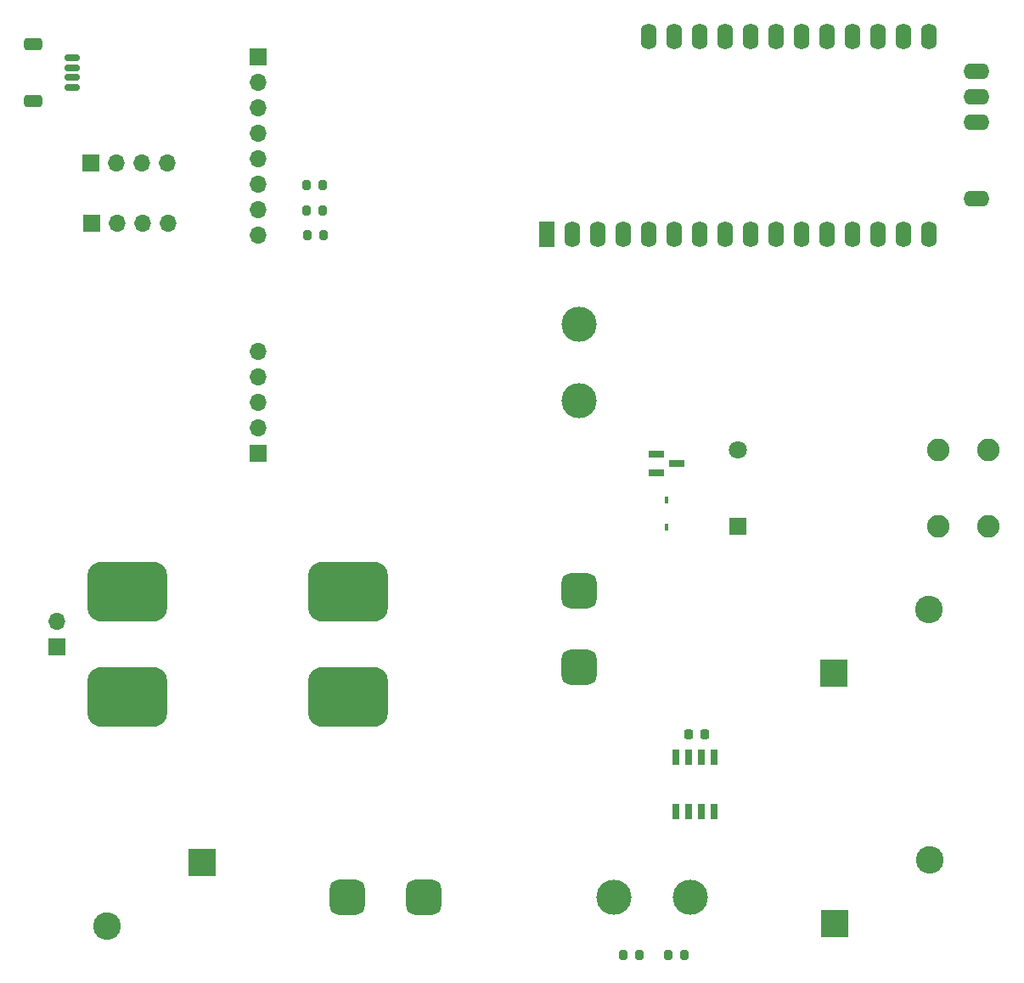
<source format=gts>
%TF.GenerationSoftware,KiCad,Pcbnew,8.0.7*%
%TF.CreationDate,2025-01-14T10:08:52+01:00*%
%TF.ProjectId,pv_test_station,70765f74-6573-4745-9f73-746174696f6e,rev?*%
%TF.SameCoordinates,Original*%
%TF.FileFunction,Soldermask,Top*%
%TF.FilePolarity,Negative*%
%FSLAX46Y46*%
G04 Gerber Fmt 4.6, Leading zero omitted, Abs format (unit mm)*
G04 Created by KiCad (PCBNEW 8.0.7) date 2025-01-14 10:08:52*
%MOMM*%
%LPD*%
G01*
G04 APERTURE LIST*
G04 Aperture macros list*
%AMRoundRect*
0 Rectangle with rounded corners*
0 $1 Rounding radius*
0 $2 $3 $4 $5 $6 $7 $8 $9 X,Y pos of 4 corners*
0 Add a 4 corners polygon primitive as box body*
4,1,4,$2,$3,$4,$5,$6,$7,$8,$9,$2,$3,0*
0 Add four circle primitives for the rounded corners*
1,1,$1+$1,$2,$3*
1,1,$1+$1,$4,$5*
1,1,$1+$1,$6,$7*
1,1,$1+$1,$8,$9*
0 Add four rect primitives between the rounded corners*
20,1,$1+$1,$2,$3,$4,$5,0*
20,1,$1+$1,$4,$5,$6,$7,0*
20,1,$1+$1,$6,$7,$8,$9,0*
20,1,$1+$1,$8,$9,$2,$3,0*%
G04 Aperture macros list end*
%ADD10RoundRect,1.500000X-2.500000X-1.500000X2.500000X-1.500000X2.500000X1.500000X-2.500000X1.500000X0*%
%ADD11RoundRect,0.200000X-0.200000X-0.275000X0.200000X-0.275000X0.200000X0.275000X-0.200000X0.275000X0*%
%ADD12R,0.406400X0.753100*%
%ADD13RoundRect,0.070000X-0.650000X-0.300000X0.650000X-0.300000X0.650000X0.300000X-0.650000X0.300000X0*%
%ADD14R,0.650000X1.525000*%
%ADD15RoundRect,0.225000X0.225000X0.250000X-0.225000X0.250000X-0.225000X-0.250000X0.225000X-0.250000X0*%
%ADD16RoundRect,0.875000X-0.875000X-0.875000X0.875000X-0.875000X0.875000X0.875000X-0.875000X0.875000X0*%
%ADD17C,3.500000*%
%ADD18RoundRect,0.150000X-0.625000X0.150000X-0.625000X-0.150000X0.625000X-0.150000X0.625000X0.150000X0*%
%ADD19RoundRect,0.250000X-0.650000X0.350000X-0.650000X-0.350000X0.650000X-0.350000X0.650000X0.350000X0*%
%ADD20R,1.700000X1.700000*%
%ADD21O,1.700000X1.700000*%
%ADD22RoundRect,0.102000X1.275000X-1.275000X1.275000X1.275000X-1.275000X1.275000X-1.275000X-1.275000X0*%
%ADD23C,2.754000*%
%ADD24RoundRect,0.200000X0.200000X0.275000X-0.200000X0.275000X-0.200000X-0.275000X0.200000X-0.275000X0*%
%ADD25RoundRect,0.875000X0.875000X-0.875000X0.875000X0.875000X-0.875000X0.875000X-0.875000X-0.875000X0*%
%ADD26R,1.800000X1.800000*%
%ADD27C,1.800000*%
%ADD28C,2.250000*%
%ADD29RoundRect,0.250000X0.550000X-1.050000X0.550000X1.050000X-0.550000X1.050000X-0.550000X-1.050000X0*%
%ADD30O,1.600000X2.600000*%
%ADD31O,2.600000X1.600000*%
%ADD32RoundRect,0.102000X-1.275000X1.275000X-1.275000X-1.275000X1.275000X-1.275000X1.275000X1.275000X0*%
G04 APERTURE END LIST*
D10*
%TO.C,U1*%
X81500000Y-111250000D03*
X81500000Y-121750000D03*
X103500000Y-111250000D03*
X103500000Y-121750000D03*
%TD*%
D11*
%TO.C,R4*%
X99350000Y-73250000D03*
X101000000Y-73250000D03*
%TD*%
D12*
%TO.C,D1*%
X135250000Y-104829050D03*
X135250000Y-102170950D03*
%TD*%
D13*
%TO.C,Q1*%
X134200000Y-97550000D03*
X134200000Y-99450000D03*
X136300000Y-98500000D03*
%TD*%
D14*
%TO.C,IC1*%
X136190000Y-133174000D03*
X137460000Y-133174000D03*
X138730000Y-133174000D03*
X140000000Y-133174000D03*
X140000000Y-127750000D03*
X138730000Y-127750000D03*
X137460000Y-127750000D03*
X136190000Y-127750000D03*
%TD*%
D15*
%TO.C,C1*%
X139025000Y-125500000D03*
X137475000Y-125500000D03*
%TD*%
D16*
%TO.C,F1*%
X103410000Y-141750000D03*
X111030000Y-141750000D03*
D17*
X130000000Y-141750000D03*
X137620000Y-141750000D03*
%TD*%
D18*
%TO.C,J5*%
X76000000Y-58000000D03*
X76000000Y-59000000D03*
X76000000Y-60000000D03*
X76000000Y-61000000D03*
D19*
X72125000Y-56700000D03*
X72125000Y-62300000D03*
%TD*%
D20*
%TO.C,J4*%
X94500000Y-57920000D03*
D21*
X94500000Y-60460000D03*
X94500000Y-63000000D03*
X94500000Y-65540000D03*
X94500000Y-68080000D03*
X94500000Y-70620000D03*
X94500000Y-73160000D03*
X94500000Y-75700000D03*
%TD*%
D22*
%TO.C,J2*%
X152037500Y-144425000D03*
D23*
X161537500Y-138075000D03*
%TD*%
D24*
%TO.C,R1*%
X137075000Y-147500000D03*
X135425000Y-147500000D03*
%TD*%
D25*
%TO.C,F2*%
X126500000Y-118855000D03*
X126500000Y-111235000D03*
D17*
X126500000Y-92265000D03*
X126500000Y-84645000D03*
%TD*%
D11*
%TO.C,R3*%
X99350000Y-70750000D03*
X101000000Y-70750000D03*
%TD*%
D20*
%TO.C,J6*%
X77880000Y-68500000D03*
D21*
X80420000Y-68500000D03*
X82960000Y-68500000D03*
X85500000Y-68500000D03*
%TD*%
D26*
%TO.C,K1*%
X142347650Y-104750000D03*
D27*
X142347650Y-97150000D03*
D28*
X162347650Y-97150000D03*
X167347650Y-97150000D03*
X162347650Y-104750000D03*
X167347650Y-104750000D03*
%TD*%
D20*
%TO.C,J10*%
X74500000Y-116775000D03*
D21*
X74500000Y-114235000D03*
%TD*%
D24*
%TO.C,R2*%
X132575000Y-147500000D03*
X130925000Y-147500000D03*
%TD*%
D22*
%TO.C,J3*%
X151900000Y-119425000D03*
D23*
X161400000Y-113075000D03*
%TD*%
D20*
%TO.C,J7*%
X77920000Y-74500000D03*
D21*
X80460000Y-74500000D03*
X83000000Y-74500000D03*
X85540000Y-74500000D03*
%TD*%
D11*
%TO.C,R5*%
X99425000Y-75750000D03*
X101075000Y-75750000D03*
%TD*%
D29*
%TO.C,A1*%
X123320000Y-75630000D03*
D30*
X125860000Y-75630000D03*
X128400000Y-75630000D03*
X130940000Y-75630000D03*
X133480000Y-75630000D03*
X136020000Y-75630000D03*
X138560000Y-75630000D03*
X141100000Y-75630000D03*
X143640000Y-75630000D03*
X146180000Y-75630000D03*
X148720000Y-75630000D03*
X151260000Y-75630000D03*
X153800000Y-75630000D03*
X156340000Y-75630000D03*
X158880000Y-75630000D03*
X161420000Y-75630000D03*
X161420000Y-55910000D03*
X158880000Y-55910000D03*
X156340000Y-55910000D03*
X153800000Y-55910000D03*
X151260000Y-55910000D03*
X148720000Y-55910000D03*
X146180000Y-55910000D03*
X143640000Y-55910000D03*
X141100000Y-55910000D03*
X138560000Y-55910000D03*
X136020000Y-55910000D03*
X133480000Y-55910000D03*
D31*
X166200000Y-72120000D03*
X166200000Y-64500000D03*
X166200000Y-61960000D03*
X166200000Y-59420000D03*
%TD*%
D32*
%TO.C,J1*%
X88962500Y-138250000D03*
D23*
X79462500Y-144600000D03*
%TD*%
D20*
%TO.C,J9*%
X94500000Y-97500000D03*
D21*
X94500000Y-94960000D03*
X94500000Y-92420000D03*
X94500000Y-89880000D03*
X94500000Y-87340000D03*
%TD*%
M02*

</source>
